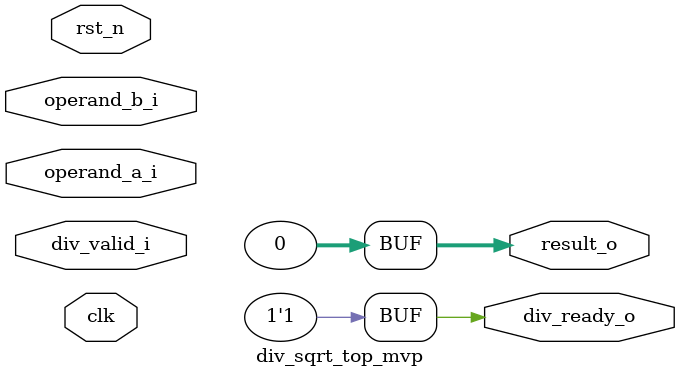
<source format=sv>
module div_sqrt_top_mvp (
    input  logic        clk,
    input  logic        rst_n,

    input  logic        div_valid_i,
    output logic        div_ready_o,

    input  logic [31:0] operand_a_i,
    input  logic [31:0] operand_b_i,
    output logic [31:0] result_o
);
   
    assign div_ready_o = 1'b1;
    assign result_o    = 32'b0;
endmodule

</source>
